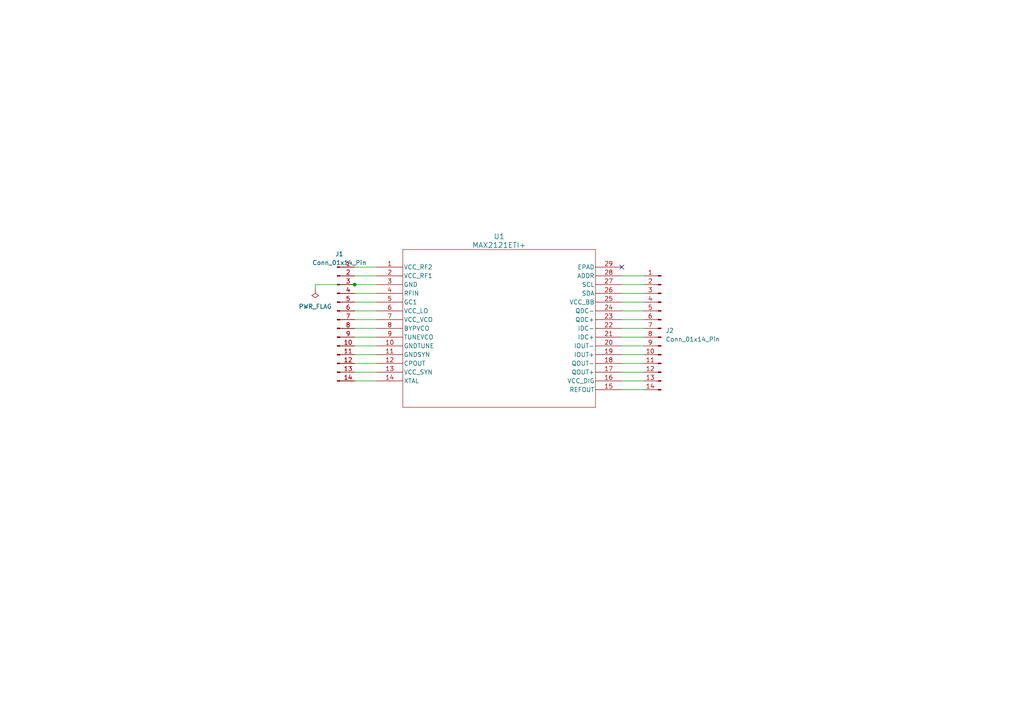
<source format=kicad_sch>
(kicad_sch (version 20230121) (generator eeschema)
  (paper "A4")
  (title_block (title "Callisto Adapter") (date "2023-05-15") (rev "v0.1") (company "Radiometria"))
  (lib_symbols
    (symbol "Connector:Conn_01x14_Pin" (pin_names (offset 1.016) hide)
      (property "Reference" "J" (at 0 17.78 0))
      (property "Value" "Conn_01x14_Pin" (at 0 -20.32 0))
      (symbol "Conn_01x14_Pin_1_1"
        (polyline (pts (xy 1.27 -17.78) (xy 0.8636 -17.78)) (stroke (width 0.1524)))
        (polyline (pts (xy 1.27 -15.24) (xy 0.8636 -15.24)) (stroke (width 0.1524)))
        (polyline (pts (xy 1.27 -12.7) (xy 0.8636 -12.7)) (stroke (width 0.1524)))
        (polyline (pts (xy 1.27 -10.16) (xy 0.8636 -10.16)) (stroke (width 0.1524)))
        (polyline (pts (xy 1.27 -7.62) (xy 0.8636 -7.62)) (stroke (width 0.1524)))
        (polyline (pts (xy 1.27 -5.08) (xy 0.8636 -5.08)) (stroke (width 0.1524)))
        (polyline (pts (xy 1.27 -2.54) (xy 0.8636 -2.54)) (stroke (width 0.1524)))
        (polyline (pts (xy 1.27 0) (xy 0.8636 0)) (stroke (width 0.1524)))
        (polyline (pts (xy 1.27 2.54) (xy 0.8636 2.54)) (stroke (width 0.1524)))
        (polyline (pts (xy 1.27 5.08) (xy 0.8636 5.08)) (stroke (width 0.1524)))
        (polyline (pts (xy 1.27 7.62) (xy 0.8636 7.62)) (stroke (width 0.1524)))
        (polyline (pts (xy 1.27 10.16) (xy 0.8636 10.16)) (stroke (width 0.1524)))
        (polyline (pts (xy 1.27 12.7) (xy 0.8636 12.7)) (stroke (width 0.1524)))
        (polyline (pts (xy 1.27 15.24) (xy 0.8636 15.24)) (stroke (width 0.1524)))
        (rectangle (start 0.8636 -17.653) (end 0 -17.907) (stroke (width 0.1524)) (fill (type outline)))
        (rectangle (start 0.8636 -15.113) (end 0 -15.367) (stroke (width 0.1524)) (fill (type outline)))
        (rectangle (start 0.8636 -12.573) (end 0 -12.827) (stroke (width 0.1524)) (fill (type outline)))
        (rectangle (start 0.8636 -10.033) (end 0 -10.287) (stroke (width 0.1524)) (fill (type outline)))
        (rectangle (start 0.8636 -7.493) (end 0 -7.747) (stroke (width 0.1524)) (fill (type outline)))
        (rectangle (start 0.8636 -4.953) (end 0 -5.207) (stroke (width 0.1524)) (fill (type outline)))
        (rectangle (start 0.8636 -2.413) (end 0 -2.667) (stroke (width 0.1524)) (fill (type outline)))
        (rectangle (start 0.8636 0.127) (end 0 -0.127) (stroke (width 0.1524)) (fill (type outline)))
        (rectangle (start 0.8636 2.667) (end 0 2.413) (stroke (width 0.1524)) (fill (type outline)))
        (rectangle (start 0.8636 5.207) (end 0 4.953) (stroke (width 0.1524)) (fill (type outline)))
        (rectangle (start 0.8636 7.747) (end 0 7.493) (stroke (width 0.1524)) (fill (type outline)))
        (rectangle (start 0.8636 10.287) (end 0 10.033) (stroke (width 0.1524)) (fill (type outline)))
        (rectangle (start 0.8636 12.827) (end 0 12.573) (stroke (width 0.1524)) (fill (type outline)))
        (rectangle (start 0.8636 15.367) (end 0 15.113) (stroke (width 0.1524)) (fill (type outline)))
        (pin passive line (at 5.08 15.24 180) (length 3.81) (name "Pin_1") (number "1"))
        (pin passive line (at 5.08 -7.62 180) (length 3.81) (name "Pin_10") (number "10"))
        (pin passive line (at 5.08 -10.16 180) (length 3.81) (name "Pin_11") (number "11"))
        (pin passive line (at 5.08 -12.7 180) (length 3.81) (name "Pin_12") (number "12"))
        (pin passive line (at 5.08 -15.24 180) (length 3.81) (name "Pin_13") (number "13"))
        (pin passive line (at 5.08 -17.78 180) (length 3.81) (name "Pin_14") (number "14"))
        (pin passive line (at 5.08 12.7 180) (length 3.81) (name "Pin_2") (number "2"))
        (pin passive line (at 5.08 10.16 180) (length 3.81) (name "Pin_3") (number "3"))
        (pin passive line (at 5.08 7.62 180) (length 3.81) (name "Pin_4") (number "4"))
        (pin passive line (at 5.08 5.08 180) (length 3.81) (name "Pin_5") (number "5"))
        (pin passive line (at 5.08 2.54 180) (length 3.81) (name "Pin_6") (number "6"))
        (pin passive line (at 5.08 0 180) (length 3.81) (name "Pin_7") (number "7"))
        (pin passive line (at 5.08 -2.54 180) (length 3.81) (name "Pin_8") (number "8"))
        (pin passive line (at 5.08 -5.08 180) (length 3.81) (name "Pin_9") (number "9"))
      )
    )
    (symbol "MAX2121:MAX2121ETI+" (pin_names (offset 0.254))
      (property "Reference" "U" (at 35.56 10.16 0))
      (property "Value" "MAX2121ETI+" (at 35.56 7.62 0))
      (symbol "MAX2121ETI+_0_1"
        (polyline (pts (xy 7.62 -40.64) (xy 63.5 -40.64)) (stroke (width 0.127)))
        (polyline (pts (xy 7.62 5.08) (xy 7.62 -40.64)) (stroke (width 0.127)))
        (polyline (pts (xy 63.5 -40.64) (xy 63.5 5.08)) (stroke (width 0.127)))
        (polyline (pts (xy 63.5 5.08) (xy 7.62 5.08)) (stroke (width 0.127)))
        (pin bidirectional line (at 0 0 0) (length 7.62) (name "VCC_RF2") (number "1"))
        (pin bidirectional line (at 0 -22.86 0) (length 7.62) (name "GNDTUNE") (number "10"))
        (pin bidirectional line (at 0 -25.4 0) (length 7.62) (name "GNDSYN") (number "11"))
        (pin output line (at 0 -27.94 0) (length 7.62) (name "CPOUT") (number "12"))
        (pin bidirectional line (at 0 -30.48 0) (length 7.62) (name "VCC_SYN") (number "13"))
        (pin bidirectional line (at 0 -33.02 0) (length 7.62) (name "XTAL") (number "14"))
        (pin output line (at 71.12 -35.56 180) (length 7.62) (name "REFOUT") (number "15"))
        (pin bidirectional line (at 71.12 -33.02 180) (length 7.62) (name "VCC_DIG") (number "16"))
        (pin output line (at 71.12 -30.48 180) (length 7.62) (name "QOUT+") (number "17"))
        (pin output line (at 71.12 -27.94 180) (length 7.62) (name "QOUT-") (number "18"))
        (pin output line (at 71.12 -25.4 180) (length 7.62) (name "IOUT+") (number "19"))
        (pin bidirectional line (at 0 -2.54 0) (length 7.62) (name "VCC_RF1") (number "2"))
        (pin output line (at 71.12 -22.86 180) (length 7.62) (name "IOUT-") (number "20"))
        (pin bidirectional line (at 71.12 -20.32 180) (length 7.62) (name "IDC+") (number "21"))
        (pin bidirectional line (at 71.12 -17.78 180) (length 7.62) (name "IDC-") (number "22"))
        (pin bidirectional line (at 71.12 -15.24 180) (length 7.62) (name "QDC+") (number "23"))
        (pin bidirectional line (at 71.12 -12.7 180) (length 7.62) (name "QDC-") (number "24"))
        (pin bidirectional line (at 71.12 -10.16 180) (length 7.62) (name "VCC_BB") (number "25"))
        (pin bidirectional line (at 71.12 -7.62 180) (length 7.62) (name "SDA") (number "26"))
        (pin bidirectional line (at 71.12 -5.08 180) (length 7.62) (name "SCL") (number "27"))
        (pin bidirectional line (at 71.12 -2.54 180) (length 7.62) (name "ADDR") (number "28"))
        (pin unspecified line (at 71.12 0 180) (length 7.62) (name "EPAD") (number "29"))
        (pin power_in line (at 0 -5.08 0) (length 7.62) (name "GND") (number "3"))
        (pin input line (at 0 -7.62 0) (length 7.62) (name "RFIN") (number "4"))
        (pin bidirectional line (at 0 -10.16 0) (length 7.62) (name "GC1") (number "5"))
        (pin bidirectional line (at 0 -12.7 0) (length 7.62) (name "VCC_LO") (number "6"))
        (pin bidirectional line (at 0 -15.24 0) (length 7.62) (name "VCC_VCO") (number "7"))
        (pin bidirectional line (at 0 -17.78 0) (length 7.62) (name "BYPVCO") (number "8"))
        (pin bidirectional line (at 0 -20.32 0) (length 7.62) (name "TUNEVCO") (number "9"))
      )
    )
    (symbol "power:PWR_FLAG" (power) (pin_numbers hide) (pin_names (offset 0) hide)
      (property "Value" "PWR_FLAG" (at 0 3.81 0))
      (symbol "PWR_FLAG_0_0"
        (pin power_out line (at 0 0 90) (length 0) (name "pwr") (number "1"))
      )
      (symbol "PWR_FLAG_0_1"
        (polyline (pts (xy 0 0) (xy 0 1.27) (xy -1.016 1.905) (xy 0 2.54) (xy 1.016 1.905) (xy 0 1.27)))
      )
    )
  )
  (junction (at 102.87 82.55))
  (no_connect (at 180.34 77.47))
  (wire (pts (xy 180.34 87.63) (xy 186.69 87.63)))
  (wire (pts (xy 102.87 100.33) (xy 109.22 100.33)))
  (wire (pts (xy 102.87 90.17) (xy 109.22 90.17)))
  (wire (pts (xy 91.44 82.55) (xy 102.87 82.55)))
  (wire (pts (xy 180.34 85.09) (xy 186.69 85.09)))
  (wire (pts (xy 102.87 102.87) (xy 109.22 102.87)))
  (wire (pts (xy 102.87 92.71) (xy 109.22 92.71)))
  (wire (pts (xy 102.87 85.09) (xy 109.22 85.09)))
  (wire (pts (xy 180.34 92.71) (xy 186.69 92.71)))
  (wire (pts (xy 180.34 113.03) (xy 186.69 113.03)))
  (wire (pts (xy 91.44 82.55) (xy 91.44 83.82)))
  (wire (pts (xy 180.34 105.41) (xy 186.69 105.41)))
  (wire (pts (xy 180.34 90.17) (xy 186.69 90.17)))
  (wire (pts (xy 180.34 82.55) (xy 186.69 82.55)))
  (wire (pts (xy 180.34 110.49) (xy 186.69 110.49)))
  (wire (pts (xy 180.34 107.95) (xy 186.69 107.95)))
  (wire (pts (xy 180.34 100.33) (xy 186.69 100.33)))
  (wire (pts (xy 180.34 97.79) (xy 186.69 97.79)))
  (wire (pts (xy 180.34 102.87) (xy 186.69 102.87)))
  (wire (pts (xy 102.87 80.01) (xy 109.22 80.01)))
  (wire (pts (xy 180.34 80.01) (xy 186.69 80.01)))
  (wire (pts (xy 102.87 77.47) (xy 109.22 77.47)))
  (wire (pts (xy 102.87 82.55) (xy 109.22 82.55)))
  (wire (pts (xy 102.87 87.63) (xy 109.22 87.63)))
  (wire (pts (xy 102.87 110.49) (xy 109.22 110.49)))
  (wire (pts (xy 102.87 105.41) (xy 109.22 105.41)))
  (wire (pts (xy 180.34 95.25) (xy 186.69 95.25)))
  (wire (pts (xy 102.87 97.79) (xy 109.22 97.79)))
  (wire (pts (xy 102.87 95.25) (xy 109.22 95.25)))
  (wire (pts (xy 102.87 107.95) (xy 109.22 107.95)))
  (symbol (lib_id "Connector:Conn_01x14_Pin") (at 191.77 95.25 0) (mirror y) (unit 1)
    (property "Reference" "J2" (at 193.04 95.885 0) (effects (justify right)))
    (property "Value" "Conn_01x14_Pin" (at 193.04 98.425 0) (effects (justify right)))
    (property "Footprint" "Connector_PinHeader_2.54mm:PinHeader_1x14_P2.54mm_Vertical" (effects hide))
  )
  (symbol (lib_id "Connector:Conn_01x14_Pin") (at 97.79 92.71 0) (unit 1)
    (property "Reference" "J1" (at 98.425 73.66 0))
    (property "Value" "Conn_01x14_Pin" (at 98.425 76.2 0))
    (property "Footprint" "Connector_PinHeader_2.54mm:PinHeader_1x14_P2.54mm_Vertical" (effects hide))
  )
  (symbol (lib_id "MAX2121:MAX2121ETI+") (at 109.22 77.47 0) (unit 1)
    (property "Reference" "U1" (at 144.78 68.58 0) (effects (font (size 1.524 1.524))))
    (property "Value" "MAX2121ETI+" (at 144.78 71.12 0) (effects (font (size 1.524 1.524))))
    (property "Footprint" "21-0140L_T2855-3_MXM" (effects hide))
    (property "Datasheet" "MAX2121ETI+" (effects hide))
  )
  (symbol (lib_id "power:PWR_FLAG") (at 91.44 83.82 180) (unit 1)
    (property "Reference" "#FLG01" (effects hide))
    (property "Value" "PWR_FLAG" (at 91.44 88.9 0))
  )
)
</source>
